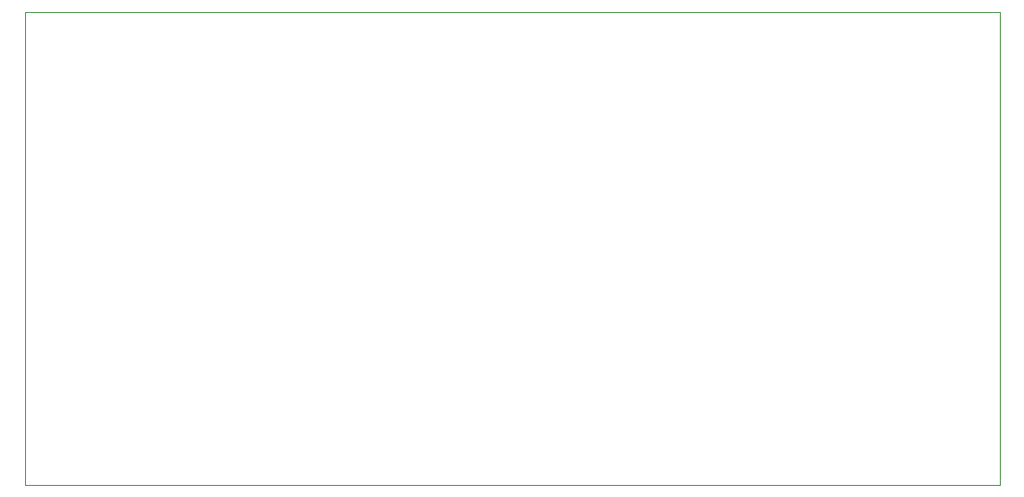
<source format=gbr>
G04 #@! TF.GenerationSoftware,KiCad,Pcbnew,8.0.4*
G04 #@! TF.CreationDate,2024-08-21T10:00:45-07:00*
G04 #@! TF.ProjectId,PA,50412e6b-6963-4616-945f-706362585858,rev?*
G04 #@! TF.SameCoordinates,Original*
G04 #@! TF.FileFunction,Profile,NP*
%FSLAX46Y46*%
G04 Gerber Fmt 4.6, Leading zero omitted, Abs format (unit mm)*
G04 Created by KiCad (PCBNEW 8.0.4) date 2024-08-21 10:00:45*
%MOMM*%
%LPD*%
G01*
G04 APERTURE LIST*
G04 #@! TA.AperFunction,Profile*
%ADD10C,0.050000*%
G04 #@! TD*
G04 APERTURE END LIST*
D10*
X162560000Y-76200000D02*
X251460000Y-76200000D01*
X251460000Y-119380000D01*
X162560000Y-119380000D01*
X162560000Y-76200000D01*
M02*

</source>
